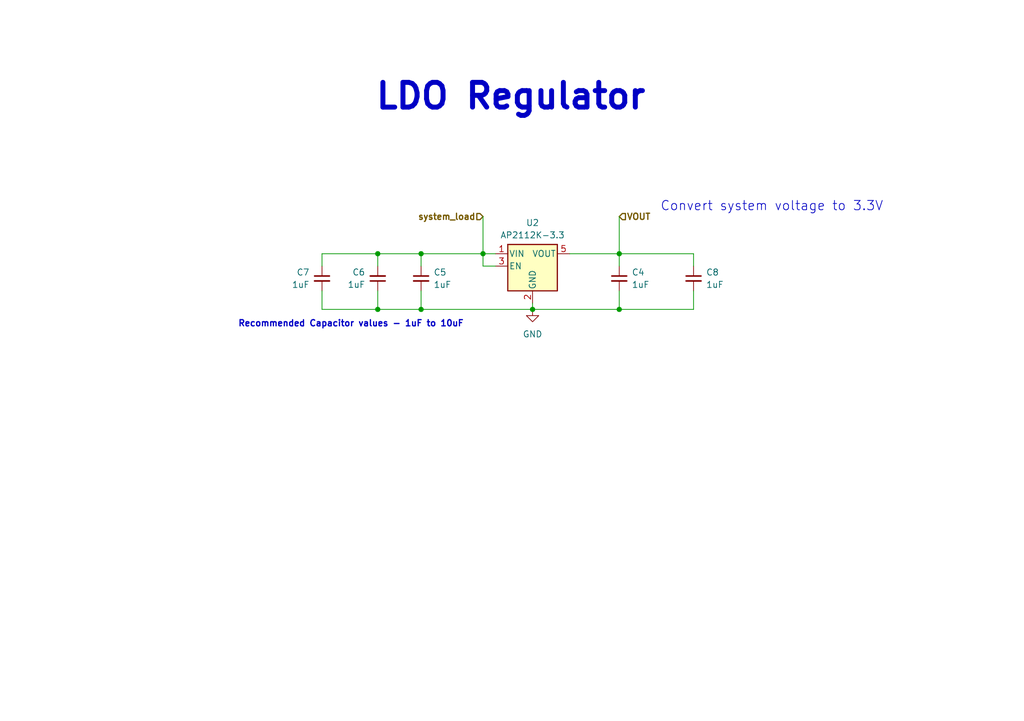
<source format=kicad_sch>
(kicad_sch (version 20250114) (generator "eeschema") (generator_version "9.0")
  (paper "A5")
  (title_block (title "Wireless Keyboard (LDO)"))
  (lib_symbols
    (symbol "Device:C_Small" (pin_numbers (hide yes)) (pin_names (offset 0.254) (hide yes))
      (property "Reference" "C" (at 0.254 1.778 0))
      (property "Value" "C_Small" (at 0.254 -2.032 0))
      (symbol "C_Small_0_1"
        (polyline (pts (xy -1.524 0.508) (xy 1.524 0.508)) (stroke (width 0.3048)))
        (polyline (pts (xy -1.524 -0.508) (xy 1.524 -0.508)) (stroke (width 0.3302)))
      )
      (symbol "C_Small_1_1"
        (pin passive line (at 0 2.54 270) (length 2.032) (name "~") (number "1"))
        (pin passive line (at 0 -2.54 90) (length 2.032) (name "~") (number "2"))
      )
    )
    (symbol "Regulator_Linear:AP2112K-3.3" (pin_names (offset 0.254))
      (property "Reference" "U" (at -5.08 5.715 0))
      (property "Value" "AP2112K-3.3" (at 0 5.715 0))
      (symbol "AP2112K-3.3_0_1"
        (rectangle (start -5.08 4.445) (end 5.08 -5.08) (stroke (width 0.254)) (fill (type background)))
      )
      (symbol "AP2112K-3.3_1_1"
        (pin power_in line (at -7.62 2.54 0) (length 2.54) (name "VIN") (number "1"))
        (pin input line (at -7.62 0 0) (length 2.54) (name "EN") (number "3"))
        (pin power_in line (at 0 -7.62 90) (length 2.54) (name "GND") (number "2"))
        (pin no_connect line (at 5.08 0 180) (length 2.54) (hide yes) (name "NC") (number "4"))
        (pin power_out line (at 7.62 2.54 180) (length 2.54) (name "VOUT") (number "5"))
      )
    )
    (symbol "power:GND" (power) (pin_numbers (hide yes)) (pin_names (offset 0) (hide yes))
      (property "Value" "GND" (at 0 -3.81 0))
      (symbol "GND_0_1"
        (polyline (pts (xy 0 0) (xy 0 -1.27) (xy 1.27 -1.27) (xy 0 -2.54) (xy -1.27 -1.27) (xy 0 -1.27)))
      )
      (symbol "GND_1_1"
        (pin power_in line (at 0 0 270) (length 0) (name "~") (number "1"))
      )
    )
  )
  (text "Convert system voltage to 3.3V" (at 135.382 42.418 0) (effects (font (size 1.905 1.905)) (justify left)))
  (text "Recommended Capacitor values - 1uF to 10uF" (at 48.768 66.548 0) (effects (font (size 1.27 1.27) (thickness 0.254) (bold yes)) (justify left)))
  (text_box "LDO Regulator\n" (at 73.66 13.97 0) (size 62.23 11.43) (margins 0.9525 0.9525 0.9525 0.9525) (stroke (width -0.0001) (type dot)) (effects (font (size 5.08 5.08) (thickness 1.016) (bold yes))))
  (junction (at 127 52.07))
  (junction (at 127 63.5))
  (junction (at 109.22 63.5))
  (junction (at 86.36 52.07))
  (junction (at 77.47 52.07))
  (junction (at 99.06 52.07))
  (junction (at 86.36 63.5))
  (junction (at 77.47 63.5))
  (wire (pts (xy 66.04 52.07) (xy 66.04 54.61)))
  (wire (pts (xy 86.36 59.69) (xy 86.36 63.5)))
  (wire (pts (xy 77.47 63.5) (xy 86.36 63.5)))
  (wire (pts (xy 77.47 59.69) (xy 77.47 63.5)))
  (wire (pts (xy 127 59.69) (xy 127 63.5)))
  (wire (pts (xy 109.22 63.5) (xy 86.36 63.5)))
  (wire (pts (xy 77.47 52.07) (xy 77.47 54.61)))
  (wire (pts (xy 77.47 52.07) (xy 66.04 52.07)))
  (wire (pts (xy 109.22 63.5) (xy 109.22 62.23)))
  (wire (pts (xy 86.36 52.07) (xy 99.06 52.07)))
  (wire (pts (xy 77.47 52.07) (xy 86.36 52.07)))
  (wire (pts (xy 142.24 52.07) (xy 142.24 54.61)))
  (wire (pts (xy 66.04 59.69) (xy 66.04 63.5)))
  (wire (pts (xy 142.24 63.5) (xy 142.24 59.69)))
  (wire (pts (xy 86.36 52.07) (xy 86.36 54.61)))
  (wire (pts (xy 127 52.07) (xy 127 54.61)))
  (wire (pts (xy 109.22 63.5) (xy 127 63.5)))
  (wire (pts (xy 127 44.45) (xy 127 52.07)))
  (wire (pts (xy 99.06 44.45) (xy 99.06 52.07)))
  (wire (pts (xy 101.6 54.61) (xy 99.06 54.61)))
  (wire (pts (xy 127 63.5) (xy 142.24 63.5)))
  (wire (pts (xy 127 52.07) (xy 142.24 52.07)))
  (wire (pts (xy 116.84 52.07) (xy 127 52.07)))
  (wire (pts (xy 99.06 52.07) (xy 99.06 54.61)))
  (wire (pts (xy 99.06 52.07) (xy 101.6 52.07)))
  (wire (pts (xy 77.47 63.5) (xy 66.04 63.5)))
  (hierarchical_label "VOUT" (shape input) (at 127 44.45 0) (effects (font (thickness 0.254) (bold yes))))
  (hierarchical_label "system_load" (shape input) (at 99.06 44.45 180) (effects (font (thickness 0.254) (bold yes))))
  (symbol (lib_id "Regulator_Linear:AP2112K-3.3") (at 109.22 54.61 0) (unit 1)
    (property "Reference" "U2" (at 109.22 45.72 0))
    (property "Value" "AP2112K-3.3" (at 109.22 48.26 0))
    (property "Footprint" "Package_TO_SOT_SMD:SOT-23-5" (effects (hide yes)))
    (property "Datasheet" "https://www.diodes.com/assets/Datasheets/AP2112.pdf" (effects (hide yes)))
    (property "Description" "600mA low dropout linear regulator, with enable pin, 3.8V-6V input voltage range, 3.3V fixed positive output, SOT-23-5" (effects (hide yes)))
  )
  (symbol (lib_id "Device:C_Small") (at 77.47 57.15 0) (mirror x) (unit 1)
    (property "Reference" "C6" (at 74.93 55.8735 0) (effects (justify right)))
    (property "Value" "1uF" (at 74.93 58.4135 0) (effects (justify right)))
    (property "Footprint" "Capacitor_SMD:C_0603_1608Metric" (effects (hide yes)))
    (property "Description" "Unpolarized capacitor, small symbol" (effects (hide yes)))
  )
  (symbol (lib_id "Device:C_Small") (at 86.36 57.15 0) (unit 1)
    (property "Reference" "C5" (at 88.9 55.8862 0) (effects (justify left)))
    (property "Value" "1uF" (at 88.9 58.4262 0) (effects (justify left)))
    (property "Footprint" "Capacitor_SMD:C_0603_1608Metric" (effects (hide yes)))
    (property "Description" "Unpolarized capacitor, small symbol" (effects (hide yes)))
  )
  (symbol (lib_id "Device:C_Small") (at 127 57.15 0) (unit 1)
    (property "Reference" "C4" (at 129.54 55.8862 0) (effects (justify left)))
    (property "Value" "1uF" (at 129.54 58.4262 0) (effects (justify left)))
    (property "Footprint" "Capacitor_SMD:C_0603_1608Metric" (effects (hide yes)))
    (property "Description" "Unpolarized capacitor, small symbol" (effects (hide yes)))
  )
  (symbol (lib_id "Device:C_Small") (at 66.04 57.15 0) (mirror y) (unit 1)
    (property "Reference" "C7" (at 63.5 55.8862 0) (effects (justify left)))
    (property "Value" "1uF" (at 63.5 58.4262 0) (effects (justify left)))
    (property "Footprint" "Capacitor_SMD:C_0603_1608Metric" (effects (hide yes)))
    (property "Description" "Unpolarized capacitor, small symbol" (effects (hide yes)))
  )
  (symbol (lib_id "power:GND") (at 109.22 63.5 0) (unit 1)
    (property "Reference" "#PWR07" (effects (hide yes)))
    (property "Value" "GND" (at 109.22 68.58 0))
    (property "Description" "Power symbol creates a global label with name \"GND\" , ground" (effects (hide yes)))
  )
  (symbol (lib_id "Device:C_Small") (at 142.24 57.15 0) (unit 1)
    (property "Reference" "C8" (at 144.78 55.8862 0) (effects (justify left)))
    (property "Value" "1uF" (at 144.78 58.4262 0) (effects (justify left)))
    (property "Footprint" "Capacitor_SMD:C_0603_1608Metric" (effects (hide yes)))
    (property "Description" "Unpolarized capacitor, small symbol" (effects (hide yes)))
  )
)
</source>
